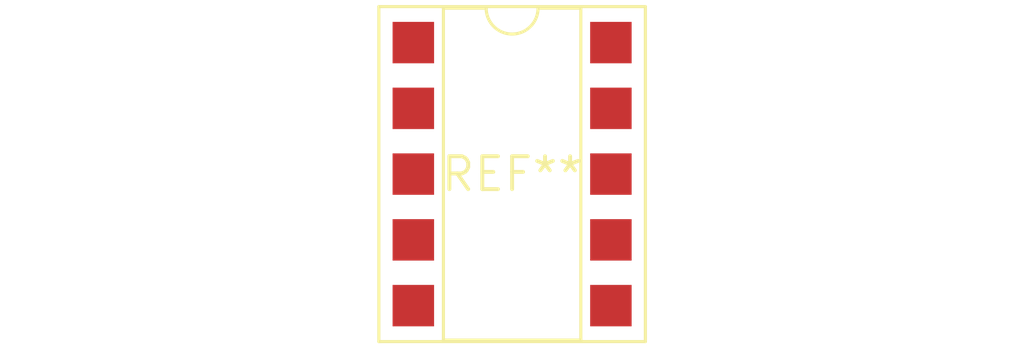
<source format=kicad_pcb>
(kicad_pcb (version 20240108) (generator pcbnew)
  (layers (0 "F.Cu" signal) (31 "B.Cu" signal) (34 "B.Paste" user) (35 "F.Paste" user) (36 "B.SilkS" user "B.Silkscreen") (37 "F.SilkS" user "F.Silkscreen") (38 "B.Mask" user) (39 "F.Mask" user) (44 "Edge.Cuts" user))
  (net 0 "")
  (footprint "DIP-10_W7.62mm_SMDSocket_SmallPads" (layer "F.Cu") (at 0 0)
    (property "Reference" "REF**")
    (property "Value" "DIP-10_W7.62mm_SMDSocket_SmallPads")
    (fp_line (start -5.14 -6.47) (end -5.14 6.47) (layer "F.SilkS") (stroke (width 0.12)))
    (fp_line (start -5.14 6.47) (end 5.14 6.47) (layer "F.SilkS") (stroke (width 0.12)))
    (fp_line (start -2.65 -6.41) (end -2.65 6.41) (layer "F.SilkS") (stroke (width 0.12)))
    (fp_line (start -2.65 6.41) (end 2.65 6.41) (layer "F.SilkS") (stroke (width 0.12)))
    (fp_line (start -1 -6.41) (end -2.65 -6.41) (layer "F.SilkS") (stroke (width 0.12)))
    (fp_line (start 2.65 -6.41) (end 1 -6.41) (layer "F.SilkS") (stroke (width 0.12)))
    (fp_line (start 2.65 6.41) (end 2.65 -6.41) (layer "F.SilkS") (stroke (width 0.12)))
    (fp_line (start 5.14 -6.47) (end -5.14 -6.47) (layer "F.SilkS") (stroke (width 0.12)))
    (fp_line (start 5.14 6.47) (end 5.14 -6.47) (layer "F.SilkS") (stroke (width 0.12)))
    (fp_arc (start 1 -6.41) (mid 0 -5.41) (end -1 -6.41) (layer "F.SilkS") (stroke (width 0.12)))
    (pad "1" smd rect (at -3.81 -5.08) (size 1.6 1.6) (layers "F.Cu" "F.Paste" "F.Mask"))
    (pad "2" smd rect (at -3.81 -2.54) (size 1.6 1.6) (layers "F.Cu" "F.Paste" "F.Mask"))
    (pad "3" smd rect (at -3.81 0) (size 1.6 1.6) (layers "F.Cu" "F.Paste" "F.Mask"))
    (pad "4" smd rect (at -3.81 2.54) (size 1.6 1.6) (layers "F.Cu" "F.Paste" "F.Mask"))
    (pad "5" smd rect (at -3.81 5.08) (size 1.6 1.6) (layers "F.Cu" "F.Paste" "F.Mask"))
    (pad "6" smd rect (at 3.81 5.08) (size 1.6 1.6) (layers "F.Cu" "F.Paste" "F.Mask"))
    (pad "7" smd rect (at 3.81 2.54) (size 1.6 1.6) (layers "F.Cu" "F.Paste" "F.Mask"))
    (pad "8" smd rect (at 3.81 0) (size 1.6 1.6) (layers "F.Cu" "F.Paste" "F.Mask"))
    (pad "9" smd rect (at 3.81 -2.54) (size 1.6 1.6) (layers "F.Cu" "F.Paste" "F.Mask"))
    (pad "10" smd rect (at 3.81 -5.08) (size 1.6 1.6) (layers "F.Cu" "F.Paste" "F.Mask"))
  )
)
</source>
